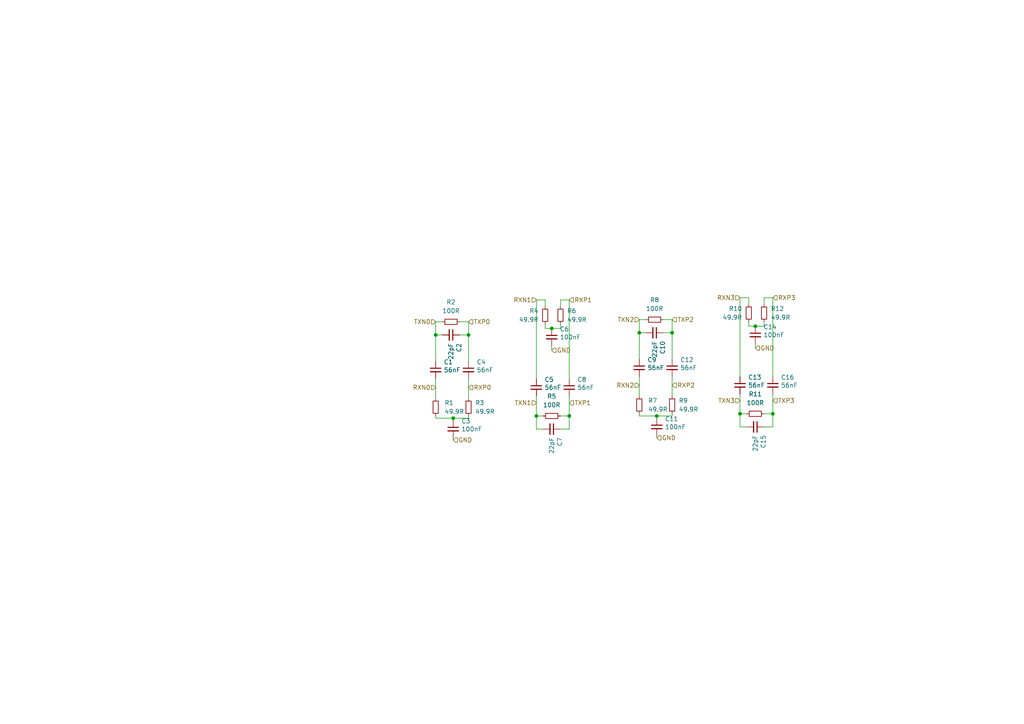
<source format=kicad_sch>
(kicad_sch (version 20211123) (generator eeschema)

  (uuid 1895faed-13c7-4877-930c-ef39a1d7419c)

  (paper "A4")

  (lib_symbols
    (symbol "Device:C_Small" (pin_numbers hide) (pin_names (offset 0.254) hide) (in_bom yes) (on_board yes)
      (property "Reference" "C" (id 0) (at 0.254 1.778 0)
        (effects (font (size 1.27 1.27)) (justify left))
      )
      (property "Value" "C_Small" (id 1) (at 0.254 -2.032 0)
        (effects (font (size 1.27 1.27)) (justify left))
      )
      (property "Footprint" "" (id 2) (at 0 0 0)
        (effects (font (size 1.27 1.27)) hide)
      )
      (property "Datasheet" "~" (id 3) (at 0 0 0)
        (effects (font (size 1.27 1.27)) hide)
      )
      (property "ki_keywords" "capacitor cap" (id 4) (at 0 0 0)
        (effects (font (size 1.27 1.27)) hide)
      )
      (property "ki_description" "Unpolarized capacitor, small symbol" (id 5) (at 0 0 0)
        (effects (font (size 1.27 1.27)) hide)
      )
      (property "ki_fp_filters" "C_*" (id 6) (at 0 0 0)
        (effects (font (size 1.27 1.27)) hide)
      )
      (symbol "C_Small_0_1"
        (polyline
          (pts
            (xy -1.524 -0.508)
            (xy 1.524 -0.508)
          )
          (stroke (width 0.3302) (type default) (color 0 0 0 0))
          (fill (type none))
        )
        (polyline
          (pts
            (xy -1.524 0.508)
            (xy 1.524 0.508)
          )
          (stroke (width 0.3048) (type default) (color 0 0 0 0))
          (fill (type none))
        )
      )
      (symbol "C_Small_1_1"
        (pin passive line (at 0 2.54 270) (length 2.032)
          (name "~" (effects (font (size 1.27 1.27))))
          (number "1" (effects (font (size 1.27 1.27))))
        )
        (pin passive line (at 0 -2.54 90) (length 2.032)
          (name "~" (effects (font (size 1.27 1.27))))
          (number "2" (effects (font (size 1.27 1.27))))
        )
      )
    )
    (symbol "Device:R_Small" (pin_numbers hide) (pin_names (offset 0.254) hide) (in_bom yes) (on_board yes)
      (property "Reference" "R" (id 0) (at 0.762 0.508 0)
        (effects (font (size 1.27 1.27)) (justify left))
      )
      (property "Value" "R_Small" (id 1) (at 0.762 -1.016 0)
        (effects (font (size 1.27 1.27)) (justify left))
      )
      (property "Footprint" "" (id 2) (at 0 0 0)
        (effects (font (size 1.27 1.27)) hide)
      )
      (property "Datasheet" "~" (id 3) (at 0 0 0)
        (effects (font (size 1.27 1.27)) hide)
      )
      (property "ki_keywords" "R resistor" (id 4) (at 0 0 0)
        (effects (font (size 1.27 1.27)) hide)
      )
      (property "ki_description" "Resistor, small symbol" (id 5) (at 0 0 0)
        (effects (font (size 1.27 1.27)) hide)
      )
      (property "ki_fp_filters" "R_*" (id 6) (at 0 0 0)
        (effects (font (size 1.27 1.27)) hide)
      )
      (symbol "R_Small_0_1"
        (rectangle (start -0.762 1.778) (end 0.762 -1.778)
          (stroke (width 0.2032) (type default) (color 0 0 0 0))
          (fill (type none))
        )
      )
      (symbol "R_Small_1_1"
        (pin passive line (at 0 2.54 270) (length 0.762)
          (name "~" (effects (font (size 1.27 1.27))))
          (number "1" (effects (font (size 1.27 1.27))))
        )
        (pin passive line (at 0 -2.54 90) (length 0.762)
          (name "~" (effects (font (size 1.27 1.27))))
          (number "2" (effects (font (size 1.27 1.27))))
        )
      )
    )
  )

  (junction (at 190.5 120.65) (diameter 0) (color 0 0 0 0)
    (uuid 00f2c428-290d-46f7-82c7-d5159590c81a)
  )
  (junction (at 160.02 95.25) (diameter 0) (color 0 0 0 0)
    (uuid 24ee3d3d-2c31-4faf-ae22-75c88093cfad)
  )
  (junction (at 126.365 97.155) (diameter 0) (color 0 0 0 0)
    (uuid 3564bbbc-a535-4876-99a7-a37ca21a7c04)
  )
  (junction (at 135.89 97.155) (diameter 0) (color 0 0 0 0)
    (uuid 7c27a696-fb93-409c-81dc-da7f476cf5a1)
  )
  (junction (at 214.63 120.015) (diameter 0) (color 0 0 0 0)
    (uuid 8dd030a6-bb1a-4078-9407-7366afdc01f2)
  )
  (junction (at 165.1 120.65) (diameter 0) (color 0 0 0 0)
    (uuid a1a4bd30-8167-4d15-9ce6-cedca14903d9)
  )
  (junction (at 155.575 120.65) (diameter 0) (color 0 0 0 0)
    (uuid b26b8889-a5d7-401b-a748-4d3af22231de)
  )
  (junction (at 185.42 96.52) (diameter 0) (color 0 0 0 0)
    (uuid c62f761f-1f86-4918-b631-3e15eb19ed4a)
  )
  (junction (at 194.945 96.52) (diameter 0) (color 0 0 0 0)
    (uuid c892e543-ba50-48d3-8951-c8644e8c0570)
  )
  (junction (at 219.075 94.615) (diameter 0) (color 0 0 0 0)
    (uuid d8e74d80-a0ca-463b-8533-1434077b8924)
  )
  (junction (at 131.445 121.285) (diameter 0) (color 0 0 0 0)
    (uuid ea489937-f3bd-46b2-b7d4-3aac29945076)
  )
  (junction (at 224.155 120.015) (diameter 0) (color 0 0 0 0)
    (uuid ef792f2b-769c-4413-868e-787a81c244d0)
  )

  (wire (pts (xy 219.075 94.615) (xy 221.615 94.615))
    (stroke (width 0) (type default) (color 0 0 0 0))
    (uuid 02f35935-8ed8-4e39-911a-129c9e519f4b)
  )
  (wire (pts (xy 162.56 86.995) (xy 165.1 86.995))
    (stroke (width 0) (type default) (color 0 0 0 0))
    (uuid 035a1393-4e2a-4384-8d6c-43d1f926430d)
  )
  (wire (pts (xy 221.615 120.015) (xy 224.155 120.015))
    (stroke (width 0) (type default) (color 0 0 0 0))
    (uuid 03fd2e03-47a7-406b-9e7d-ddaeab7a3491)
  )
  (wire (pts (xy 135.89 109.855) (xy 135.89 115.57))
    (stroke (width 0) (type default) (color 0 0 0 0))
    (uuid 05f30d2d-2ed6-49ce-bd09-a343f5c50625)
  )
  (wire (pts (xy 160.02 100.33) (xy 160.02 101.6))
    (stroke (width 0) (type default) (color 0 0 0 0))
    (uuid 06a5daff-c52a-45c3-8a05-1b94c744c727)
  )
  (wire (pts (xy 160.02 95.25) (xy 158.115 95.25))
    (stroke (width 0) (type default) (color 0 0 0 0))
    (uuid 0758d8d8-c63b-42f5-b267-bfeba86cb2b4)
  )
  (wire (pts (xy 214.63 109.22) (xy 214.63 86.36))
    (stroke (width 0) (type default) (color 0 0 0 0))
    (uuid 18fe3ca2-97fb-4556-8630-6e9f6f19beef)
  )
  (wire (pts (xy 194.945 96.52) (xy 194.945 92.71))
    (stroke (width 0) (type default) (color 0 0 0 0))
    (uuid 1a44566a-2200-45c1-8b1e-666301652043)
  )
  (wire (pts (xy 224.155 86.36) (xy 224.155 109.22))
    (stroke (width 0) (type default) (color 0 0 0 0))
    (uuid 248524bf-3e3c-491e-b095-8d90c818288c)
  )
  (wire (pts (xy 155.575 120.65) (xy 155.575 114.935))
    (stroke (width 0) (type default) (color 0 0 0 0))
    (uuid 270d9d23-6540-4bc5-b074-34ab94514dfd)
  )
  (wire (pts (xy 185.42 92.71) (xy 185.42 96.52))
    (stroke (width 0) (type default) (color 0 0 0 0))
    (uuid 2c2a3ba2-fc92-44ef-96cd-fc1548fe3b4e)
  )
  (wire (pts (xy 162.56 95.25) (xy 162.56 93.98))
    (stroke (width 0) (type default) (color 0 0 0 0))
    (uuid 2e982056-0fc9-412b-9750-967986d5f4c2)
  )
  (wire (pts (xy 224.155 120.015) (xy 224.155 114.3))
    (stroke (width 0) (type default) (color 0 0 0 0))
    (uuid 34092214-2600-45d7-a0bc-8f3c618c8d90)
  )
  (wire (pts (xy 221.615 86.36) (xy 224.155 86.36))
    (stroke (width 0) (type default) (color 0 0 0 0))
    (uuid 3ba540a5-47d3-4c05-a444-14ab0b165627)
  )
  (wire (pts (xy 185.42 92.71) (xy 187.325 92.71))
    (stroke (width 0) (type default) (color 0 0 0 0))
    (uuid 3f19790f-e24d-491b-a6fb-2f209c618917)
  )
  (wire (pts (xy 165.1 86.995) (xy 165.1 109.855))
    (stroke (width 0) (type default) (color 0 0 0 0))
    (uuid 4089cc3b-9f15-4216-8fa6-f167b832561f)
  )
  (wire (pts (xy 190.5 120.65) (xy 194.945 120.65))
    (stroke (width 0) (type default) (color 0 0 0 0))
    (uuid 44d630b4-c125-4941-a95a-91940e77c1a8)
  )
  (wire (pts (xy 160.02 95.25) (xy 162.56 95.25))
    (stroke (width 0) (type default) (color 0 0 0 0))
    (uuid 4c148ea0-3bfd-4c64-a106-148774d7c986)
  )
  (wire (pts (xy 126.365 109.855) (xy 126.365 115.57))
    (stroke (width 0) (type default) (color 0 0 0 0))
    (uuid 50cde267-07ae-4a58-ae9c-71a3576cece8)
  )
  (wire (pts (xy 217.17 94.615) (xy 217.17 93.345))
    (stroke (width 0) (type default) (color 0 0 0 0))
    (uuid 56b360a9-80e2-428b-9a0d-8ddaa00d1b84)
  )
  (wire (pts (xy 155.575 124.46) (xy 155.575 120.65))
    (stroke (width 0) (type default) (color 0 0 0 0))
    (uuid 5783a314-51d7-499c-bc06-33da22f4620c)
  )
  (wire (pts (xy 217.17 88.265) (xy 217.17 86.36))
    (stroke (width 0) (type default) (color 0 0 0 0))
    (uuid 5a47757d-f66c-4dd9-b78b-5bba8900e978)
  )
  (wire (pts (xy 194.945 104.14) (xy 194.945 96.52))
    (stroke (width 0) (type default) (color 0 0 0 0))
    (uuid 6179959f-1339-49e4-b424-5b70ab85cd2b)
  )
  (wire (pts (xy 217.17 86.36) (xy 214.63 86.36))
    (stroke (width 0) (type default) (color 0 0 0 0))
    (uuid 61bcc444-6c61-4768-b992-0dea5fd64e1e)
  )
  (wire (pts (xy 162.56 124.46) (xy 165.1 124.46))
    (stroke (width 0) (type default) (color 0 0 0 0))
    (uuid 6234e95b-d54f-45b4-a4d3-c3c018d85fe7)
  )
  (wire (pts (xy 126.365 121.285) (xy 126.365 120.65))
    (stroke (width 0) (type default) (color 0 0 0 0))
    (uuid 6371bd2d-0dd4-417d-bdfe-8b4c6b21c5a2)
  )
  (wire (pts (xy 194.945 109.22) (xy 194.945 114.935))
    (stroke (width 0) (type default) (color 0 0 0 0))
    (uuid 65773611-d80e-4d26-b803-c611122f91c9)
  )
  (wire (pts (xy 131.445 121.285) (xy 131.445 121.92))
    (stroke (width 0) (type default) (color 0 0 0 0))
    (uuid 69aa9d26-e319-4856-a7c2-734c99c1719f)
  )
  (wire (pts (xy 133.35 97.155) (xy 135.89 97.155))
    (stroke (width 0) (type default) (color 0 0 0 0))
    (uuid 7432b8f9-fa9b-4443-beed-ba08f6235cd0)
  )
  (wire (pts (xy 190.5 120.65) (xy 190.5 121.285))
    (stroke (width 0) (type default) (color 0 0 0 0))
    (uuid 76061375-55e3-4134-b6fb-92da6d060127)
  )
  (wire (pts (xy 126.365 97.155) (xy 126.365 104.775))
    (stroke (width 0) (type default) (color 0 0 0 0))
    (uuid 77a0bee0-f577-4a9c-b0b0-08fea0724f85)
  )
  (wire (pts (xy 131.445 121.285) (xy 135.89 121.285))
    (stroke (width 0) (type default) (color 0 0 0 0))
    (uuid 7e19730c-5537-4fe7-bed9-82342ca7652d)
  )
  (wire (pts (xy 185.42 120.65) (xy 185.42 120.015))
    (stroke (width 0) (type default) (color 0 0 0 0))
    (uuid 807aface-f11c-43b9-ab65-730fae92128c)
  )
  (wire (pts (xy 221.615 123.825) (xy 224.155 123.825))
    (stroke (width 0) (type default) (color 0 0 0 0))
    (uuid 807ffed5-7471-439f-925c-1e7c2fbd7602)
  )
  (wire (pts (xy 221.615 88.265) (xy 221.615 86.36))
    (stroke (width 0) (type default) (color 0 0 0 0))
    (uuid 80bdd649-cca2-4a70-bc06-7b620b8cd1f6)
  )
  (wire (pts (xy 192.405 96.52) (xy 194.945 96.52))
    (stroke (width 0) (type default) (color 0 0 0 0))
    (uuid 82ccb550-f65b-453e-af68-caec0b30d436)
  )
  (wire (pts (xy 219.075 99.695) (xy 219.075 100.965))
    (stroke (width 0) (type default) (color 0 0 0 0))
    (uuid 8697420a-5ef7-41eb-8bf8-be8f8e8d4878)
  )
  (wire (pts (xy 221.615 94.615) (xy 221.615 93.345))
    (stroke (width 0) (type default) (color 0 0 0 0))
    (uuid 89270398-4a2f-434e-88f1-129222e381cd)
  )
  (wire (pts (xy 190.5 126.365) (xy 190.5 127))
    (stroke (width 0) (type default) (color 0 0 0 0))
    (uuid 8cd3d2b7-897b-4ab0-9f7c-16bcf4478588)
  )
  (wire (pts (xy 135.89 97.155) (xy 135.89 93.345))
    (stroke (width 0) (type default) (color 0 0 0 0))
    (uuid 8e71b6fb-319d-432a-a44d-a54422e0d0fe)
  )
  (wire (pts (xy 192.405 92.71) (xy 194.945 92.71))
    (stroke (width 0) (type default) (color 0 0 0 0))
    (uuid 9204255c-7e3e-4e1c-ad48-5f8e4cce8ba3)
  )
  (wire (pts (xy 214.63 123.825) (xy 214.63 120.015))
    (stroke (width 0) (type default) (color 0 0 0 0))
    (uuid 9333cb64-cb58-46c9-b783-5f646de5fff6)
  )
  (wire (pts (xy 126.365 97.155) (xy 128.27 97.155))
    (stroke (width 0) (type default) (color 0 0 0 0))
    (uuid 93661dc5-5240-4010-9404-8ff872214201)
  )
  (wire (pts (xy 219.075 94.615) (xy 217.17 94.615))
    (stroke (width 0) (type default) (color 0 0 0 0))
    (uuid 97a0777f-2755-4172-9a17-8928ede24dd9)
  )
  (wire (pts (xy 224.155 123.825) (xy 224.155 120.015))
    (stroke (width 0) (type default) (color 0 0 0 0))
    (uuid 98a61850-965a-431c-9f95-cf98621fedab)
  )
  (wire (pts (xy 126.365 93.345) (xy 126.365 97.155))
    (stroke (width 0) (type default) (color 0 0 0 0))
    (uuid 9dbf0b50-a047-43ca-9abb-44b4930905b1)
  )
  (wire (pts (xy 165.1 124.46) (xy 165.1 120.65))
    (stroke (width 0) (type default) (color 0 0 0 0))
    (uuid a2385d0f-bd19-4e8e-bd4a-ae31f6e4c235)
  )
  (wire (pts (xy 126.365 93.345) (xy 128.27 93.345))
    (stroke (width 0) (type default) (color 0 0 0 0))
    (uuid a8825356-530b-4988-b4a4-dcceb7f43c3e)
  )
  (wire (pts (xy 135.89 120.65) (xy 135.89 121.285))
    (stroke (width 0) (type default) (color 0 0 0 0))
    (uuid aba54970-dd38-4377-b426-ed640a2df86d)
  )
  (wire (pts (xy 135.89 104.775) (xy 135.89 97.155))
    (stroke (width 0) (type default) (color 0 0 0 0))
    (uuid ad209437-62bf-4659-aeca-de87222d3d62)
  )
  (wire (pts (xy 185.42 96.52) (xy 187.325 96.52))
    (stroke (width 0) (type default) (color 0 0 0 0))
    (uuid ae393a4b-f2a7-4f5c-8d6f-ee9d7089d1f8)
  )
  (wire (pts (xy 133.35 93.345) (xy 135.89 93.345))
    (stroke (width 0) (type default) (color 0 0 0 0))
    (uuid b4571e49-de15-44c2-bf76-1b9731a30853)
  )
  (wire (pts (xy 194.945 120.015) (xy 194.945 120.65))
    (stroke (width 0) (type default) (color 0 0 0 0))
    (uuid b5bb429c-873f-4e79-a79e-b0e6c7220ed4)
  )
  (wire (pts (xy 155.575 120.65) (xy 157.48 120.65))
    (stroke (width 0) (type default) (color 0 0 0 0))
    (uuid ba7ddedd-a91a-4b11-bd16-9e1e77c22dae)
  )
  (wire (pts (xy 155.575 124.46) (xy 157.48 124.46))
    (stroke (width 0) (type default) (color 0 0 0 0))
    (uuid baf8a079-8f01-4d94-9954-8f46fbcddc83)
  )
  (wire (pts (xy 214.63 120.015) (xy 214.63 114.3))
    (stroke (width 0) (type default) (color 0 0 0 0))
    (uuid c6465c35-2563-44de-9d5f-6f1fc5f886dd)
  )
  (wire (pts (xy 155.575 109.855) (xy 155.575 86.995))
    (stroke (width 0) (type default) (color 0 0 0 0))
    (uuid c964231a-1f9b-4e40-b858-8fe7f49db5a4)
  )
  (wire (pts (xy 131.445 121.285) (xy 126.365 121.285))
    (stroke (width 0) (type default) (color 0 0 0 0))
    (uuid ca360841-2642-4cf8-af13-f082fb2e1038)
  )
  (wire (pts (xy 214.63 120.015) (xy 216.535 120.015))
    (stroke (width 0) (type default) (color 0 0 0 0))
    (uuid d39e26bb-55ae-400f-a314-fa73b9237c5d)
  )
  (wire (pts (xy 162.56 88.9) (xy 162.56 86.995))
    (stroke (width 0) (type default) (color 0 0 0 0))
    (uuid d7c44860-2fdb-4361-9d6c-15a1806259f8)
  )
  (wire (pts (xy 158.115 95.25) (xy 158.115 93.98))
    (stroke (width 0) (type default) (color 0 0 0 0))
    (uuid db2f5b76-c289-4f51-a3f8-687ff7cdc2c9)
  )
  (wire (pts (xy 214.63 123.825) (xy 216.535 123.825))
    (stroke (width 0) (type default) (color 0 0 0 0))
    (uuid e7338947-8bf0-4a27-9992-612c476391df)
  )
  (wire (pts (xy 131.445 127) (xy 131.445 127.635))
    (stroke (width 0) (type default) (color 0 0 0 0))
    (uuid eb8aa778-89cf-4530-8b6a-05b3e92ba574)
  )
  (wire (pts (xy 190.5 120.65) (xy 185.42 120.65))
    (stroke (width 0) (type default) (color 0 0 0 0))
    (uuid ecd42d29-49ff-4897-a01d-442b96c3a928)
  )
  (wire (pts (xy 165.1 120.65) (xy 165.1 114.935))
    (stroke (width 0) (type default) (color 0 0 0 0))
    (uuid ede151a5-c3a6-4f47-a9cd-e5a66f12432b)
  )
  (wire (pts (xy 158.115 86.995) (xy 155.575 86.995))
    (stroke (width 0) (type default) (color 0 0 0 0))
    (uuid f2ca339f-fae5-4c42-a6fc-b7a6ab83c608)
  )
  (wire (pts (xy 185.42 109.22) (xy 185.42 114.935))
    (stroke (width 0) (type default) (color 0 0 0 0))
    (uuid f34d6e1a-82e0-4cce-a174-21f351998d9d)
  )
  (wire (pts (xy 158.115 88.9) (xy 158.115 86.995))
    (stroke (width 0) (type default) (color 0 0 0 0))
    (uuid fba55746-17cc-4a6a-93f8-f8bd6c2e7918)
  )
  (wire (pts (xy 185.42 96.52) (xy 185.42 104.14))
    (stroke (width 0) (type default) (color 0 0 0 0))
    (uuid fc3884e4-f447-4a27-ad26-d4f3d355d50f)
  )
  (wire (pts (xy 162.56 120.65) (xy 165.1 120.65))
    (stroke (width 0) (type default) (color 0 0 0 0))
    (uuid fe9df0c6-5261-473d-8fc8-7a6a892a87d4)
  )

  (hierarchical_label "TXP2" (shape input) (at 194.945 92.71 0)
    (effects (font (size 1.27 1.27)) (justify left))
    (uuid 12cf9269-df73-44f8-bce9-2759fdcbf047)
  )
  (hierarchical_label "RXN1" (shape input) (at 155.575 86.995 180)
    (effects (font (size 1.27 1.27)) (justify right))
    (uuid 17378239-ea2b-4118-8b92-f6ab20e4e767)
  )
  (hierarchical_label "RXP2" (shape input) (at 194.945 111.76 0)
    (effects (font (size 1.27 1.27)) (justify left))
    (uuid 40e360b1-6742-479c-80dc-ee64aac6bbd1)
  )
  (hierarchical_label "RXN2" (shape input) (at 185.42 111.76 180)
    (effects (font (size 1.27 1.27)) (justify right))
    (uuid 425f40ae-6fea-46ae-b337-ebc9d3a4f97c)
  )
  (hierarchical_label "RXP3" (shape input) (at 224.155 86.36 0)
    (effects (font (size 1.27 1.27)) (justify left))
    (uuid 484221b3-ef89-455c-98b0-0fb6d350cd7b)
  )
  (hierarchical_label "GND" (shape input) (at 160.02 101.6 0)
    (effects (font (size 1.27 1.27)) (justify left))
    (uuid 54629cf5-96c7-49e6-bd14-53abd76f2dd8)
  )
  (hierarchical_label "TXP0" (shape input) (at 135.89 93.345 0)
    (effects (font (size 1.27 1.27)) (justify left))
    (uuid 68382a27-b6d6-49bb-9b21-29ec21a3aa3a)
  )
  (hierarchical_label "GND" (shape input) (at 131.445 127.635 0)
    (effects (font (size 1.27 1.27)) (justify left))
    (uuid 7e9c9899-5979-4c8b-9700-a9c852eb52a7)
  )
  (hierarchical_label "TXN1" (shape input) (at 155.575 116.84 180)
    (effects (font (size 1.27 1.27)) (justify right))
    (uuid 834f65dd-241a-4709-8f68-65dc11fa3883)
  )
  (hierarchical_label "GND" (shape input) (at 219.075 100.965 0)
    (effects (font (size 1.27 1.27)) (justify left))
    (uuid 84a50766-810c-42b3-80f4-4fae28f821ae)
  )
  (hierarchical_label "TXP1" (shape input) (at 165.1 116.84 0)
    (effects (font (size 1.27 1.27)) (justify left))
    (uuid 8af4c224-f05e-46a9-8f72-af8a0261b20a)
  )
  (hierarchical_label "TXP3" (shape input) (at 224.155 116.205 0)
    (effects (font (size 1.27 1.27)) (justify left))
    (uuid 8ed976ce-095a-44af-b4ee-1085976d60b7)
  )
  (hierarchical_label "TXN3" (shape input) (at 214.63 116.205 180)
    (effects (font (size 1.27 1.27)) (justify right))
    (uuid 919da468-1567-4c38-be7c-d4e0e6a7df30)
  )
  (hierarchical_label "RXP0" (shape input) (at 135.89 112.395 0)
    (effects (font (size 1.27 1.27)) (justify left))
    (uuid a4cd376b-d46d-45d8-a6c1-0476d317ab1f)
  )
  (hierarchical_label "RXN3" (shape input) (at 214.63 86.36 180)
    (effects (font (size 1.27 1.27)) (justify right))
    (uuid d12ed44a-34e9-49b3-94ba-207f805ac8eb)
  )
  (hierarchical_label "TXN0" (shape input) (at 126.365 93.345 180)
    (effects (font (size 1.27 1.27)) (justify right))
    (uuid ddde3ad6-6977-49fa-9bb3-a48ee57e1159)
  )
  (hierarchical_label "TXN2" (shape input) (at 185.42 92.71 180)
    (effects (font (size 1.27 1.27)) (justify right))
    (uuid de97eb84-0244-476a-b4ae-5e37c955dd0b)
  )
  (hierarchical_label "RXP1" (shape input) (at 165.1 86.995 0)
    (effects (font (size 1.27 1.27)) (justify left))
    (uuid e46c820e-380e-4c03-af8a-b1aff90fc973)
  )
  (hierarchical_label "GND" (shape input) (at 190.5 127 0)
    (effects (font (size 1.27 1.27)) (justify left))
    (uuid e62698e7-5093-4e21-afd0-f996ecf6e390)
  )
  (hierarchical_label "RXN0" (shape input) (at 126.365 112.395 180)
    (effects (font (size 1.27 1.27)) (justify right))
    (uuid e93779d7-d538-4cd4-8a57-5c292602e301)
  )

  (symbol (lib_id "Device:C_Small") (at 185.42 106.68 0) (unit 1)
    (in_bom yes) (on_board yes)
    (uuid 00736f1f-02c6-4622-a3c4-3c670bb0686b)
    (property "Reference" "C9" (id 0) (at 187.7568 104.3686 0)
      (effects (font (size 1.27 1.27)) (justify left))
    )
    (property "Value" "56nF" (id 1) (at 187.7568 106.68 0)
      (effects (font (size 1.27 1.27)) (justify left))
    )
    (property "Footprint" "Capacitor_SMD:C_0402_1005Metric" (id 2) (at 185.42 106.68 0)
      (effects (font (size 1.27 1.27)) hide)
    )
    (property "Datasheet" "~" (id 3) (at 185.42 106.68 0)
      (effects (font (size 1.27 1.27)) hide)
    )
    (pin "1" (uuid bfdba10f-d6e7-400d-a309-d2df185bb005))
    (pin "2" (uuid bff3c0e8-3d24-4c6f-8b96-d4d3bd4ada38))
  )

  (symbol (lib_id "Device:R_Small") (at 158.115 91.44 0) (mirror x) (unit 1)
    (in_bom yes) (on_board yes) (fields_autoplaced)
    (uuid 0408e134-db8b-4d36-b557-be4360233ec2)
    (property "Reference" "R4" (id 0) (at 156.21 90.1699 0)
      (effects (font (size 1.27 1.27)) (justify right))
    )
    (property "Value" "49.9R" (id 1) (at 156.21 92.7099 0)
      (effects (font (size 1.27 1.27)) (justify right))
    )
    (property "Footprint" "Resistor_SMD:R_0402_1005Metric" (id 2) (at 158.115 91.44 0)
      (effects (font (size 1.27 1.27)) hide)
    )
    (property "Datasheet" "~" (id 3) (at 158.115 91.44 0)
      (effects (font (size 1.27 1.27)) hide)
    )
    (pin "1" (uuid 220d4930-cbdf-4bfa-80e9-b0a8296016f1))
    (pin "2" (uuid e1a047b5-d158-4597-ab89-1c3339c0f96f))
  )

  (symbol (lib_id "Device:C_Small") (at 131.445 124.46 0) (unit 1)
    (in_bom yes) (on_board yes)
    (uuid 04aab536-cb2c-4173-be4a-5106a879b6c8)
    (property "Reference" "C3" (id 0) (at 133.7818 122.1486 0)
      (effects (font (size 1.27 1.27)) (justify left))
    )
    (property "Value" "100nF" (id 1) (at 133.7818 124.46 0)
      (effects (font (size 1.27 1.27)) (justify left))
    )
    (property "Footprint" "Capacitor_SMD:C_0603_1608Metric" (id 2) (at 131.445 124.46 0)
      (effects (font (size 1.27 1.27)) hide)
    )
    (property "Datasheet" "~" (id 3) (at 131.445 124.46 0)
      (effects (font (size 1.27 1.27)) hide)
    )
    (pin "1" (uuid 21dbe327-d15b-4731-a01d-52b05e36ddb2))
    (pin "2" (uuid 205883c6-6b3f-47e1-81f0-14b30a5e8696))
  )

  (symbol (lib_id "Device:C_Small") (at 126.365 107.315 0) (unit 1)
    (in_bom yes) (on_board yes)
    (uuid 0768ff9b-bfec-4d10-8d35-adc6f13cd19a)
    (property "Reference" "C1" (id 0) (at 128.7018 105.0036 0)
      (effects (font (size 1.27 1.27)) (justify left))
    )
    (property "Value" "56nF" (id 1) (at 128.7018 107.315 0)
      (effects (font (size 1.27 1.27)) (justify left))
    )
    (property "Footprint" "Capacitor_SMD:C_0402_1005Metric" (id 2) (at 126.365 107.315 0)
      (effects (font (size 1.27 1.27)) hide)
    )
    (property "Datasheet" "~" (id 3) (at 126.365 107.315 0)
      (effects (font (size 1.27 1.27)) hide)
    )
    (pin "1" (uuid acd000cc-b972-40b1-9ffa-ebc62e538199))
    (pin "2" (uuid 4dcb9a33-9889-4df6-b475-313729999d5d))
  )

  (symbol (lib_id "Device:C_Small") (at 189.865 96.52 270) (unit 1)
    (in_bom yes) (on_board yes)
    (uuid 0af9f52a-6b41-4d5d-aee9-5d7ec9a997da)
    (property "Reference" "C10" (id 0) (at 192.1764 98.8568 0)
      (effects (font (size 1.27 1.27)) (justify left))
    )
    (property "Value" "22pF" (id 1) (at 189.865 98.8568 0)
      (effects (font (size 1.27 1.27)) (justify left))
    )
    (property "Footprint" "Capacitor_SMD:C_0402_1005Metric" (id 2) (at 189.865 96.52 0)
      (effects (font (size 1.27 1.27)) hide)
    )
    (property "Datasheet" "~" (id 3) (at 189.865 96.52 0)
      (effects (font (size 1.27 1.27)) hide)
    )
    (pin "1" (uuid 6ed6abad-b52c-4f52-81d9-4d35ef5868c6))
    (pin "2" (uuid df243c58-8822-41db-84c0-58d7a9380fc0))
  )

  (symbol (lib_id "Device:C_Small") (at 135.89 107.315 0) (unit 1)
    (in_bom yes) (on_board yes)
    (uuid 19c47a3e-2661-4056-899d-cbbf0db27948)
    (property "Reference" "C4" (id 0) (at 138.2268 105.0036 0)
      (effects (font (size 1.27 1.27)) (justify left))
    )
    (property "Value" "56nF" (id 1) (at 138.2268 107.315 0)
      (effects (font (size 1.27 1.27)) (justify left))
    )
    (property "Footprint" "Capacitor_SMD:C_0402_1005Metric" (id 2) (at 135.89 107.315 0)
      (effects (font (size 1.27 1.27)) hide)
    )
    (property "Datasheet" "~" (id 3) (at 135.89 107.315 0)
      (effects (font (size 1.27 1.27)) hide)
    )
    (pin "1" (uuid b8a50965-b092-4e29-a215-4230e11126c3))
    (pin "2" (uuid cf11a56a-6b39-4f0d-97cc-25efb03202e8))
  )

  (symbol (lib_id "Device:R_Small") (at 126.365 118.11 0) (unit 1)
    (in_bom yes) (on_board yes) (fields_autoplaced)
    (uuid 20ae2601-84de-4d86-8caf-dcfb26f4ea95)
    (property "Reference" "R1" (id 0) (at 128.905 116.8399 0)
      (effects (font (size 1.27 1.27)) (justify left))
    )
    (property "Value" "49.9R" (id 1) (at 128.905 119.3799 0)
      (effects (font (size 1.27 1.27)) (justify left))
    )
    (property "Footprint" "Resistor_SMD:R_0402_1005Metric" (id 2) (at 126.365 118.11 0)
      (effects (font (size 1.27 1.27)) hide)
    )
    (property "Datasheet" "~" (id 3) (at 126.365 118.11 0)
      (effects (font (size 1.27 1.27)) hide)
    )
    (pin "1" (uuid b2eaa6c1-14b9-4ef5-8c81-40755d4f9a1f))
    (pin "2" (uuid d7c515e2-a36c-4a46-99d3-e3aa2e848784))
  )

  (symbol (lib_id "Device:R_Small") (at 135.89 118.11 0) (unit 1)
    (in_bom yes) (on_board yes) (fields_autoplaced)
    (uuid 2c946647-f087-4ae0-b8c1-cf57e4c4dcc3)
    (property "Reference" "R3" (id 0) (at 137.795 116.8399 0)
      (effects (font (size 1.27 1.27)) (justify left))
    )
    (property "Value" "49.9R" (id 1) (at 137.795 119.3799 0)
      (effects (font (size 1.27 1.27)) (justify left))
    )
    (property "Footprint" "Resistor_SMD:R_0402_1005Metric" (id 2) (at 135.89 118.11 0)
      (effects (font (size 1.27 1.27)) hide)
    )
    (property "Datasheet" "~" (id 3) (at 135.89 118.11 0)
      (effects (font (size 1.27 1.27)) hide)
    )
    (pin "1" (uuid c4fcd81c-3e7b-4cf1-802b-e882ebea70a5))
    (pin "2" (uuid 33763441-67f0-496f-9558-173362bd6743))
  )

  (symbol (lib_id "Device:C_Small") (at 160.02 97.79 0) (unit 1)
    (in_bom yes) (on_board yes)
    (uuid 31079fb1-b738-4882-886f-e42ecb89a779)
    (property "Reference" "C6" (id 0) (at 162.3568 95.4786 0)
      (effects (font (size 1.27 1.27)) (justify left))
    )
    (property "Value" "100nF" (id 1) (at 162.3568 97.79 0)
      (effects (font (size 1.27 1.27)) (justify left))
    )
    (property "Footprint" "Capacitor_SMD:C_0603_1608Metric" (id 2) (at 160.02 97.79 0)
      (effects (font (size 1.27 1.27)) hide)
    )
    (property "Datasheet" "~" (id 3) (at 160.02 97.79 0)
      (effects (font (size 1.27 1.27)) hide)
    )
    (pin "1" (uuid 52cb0359-530b-4620-b6c3-3233a9ae81c1))
    (pin "2" (uuid 739b6aa2-2407-4226-8f42-153e8cfd09f1))
  )

  (symbol (lib_id "Device:R_Small") (at 130.81 93.345 90) (unit 1)
    (in_bom yes) (on_board yes) (fields_autoplaced)
    (uuid 323d07a2-435e-458e-84aa-10c0fbe04e22)
    (property "Reference" "R2" (id 0) (at 130.81 87.63 90))
    (property "Value" "100R" (id 1) (at 130.81 90.17 90))
    (property "Footprint" "Resistor_SMD:R_0402_1005Metric" (id 2) (at 130.81 93.345 0)
      (effects (font (size 1.27 1.27)) hide)
    )
    (property "Datasheet" "~" (id 3) (at 130.81 93.345 0)
      (effects (font (size 1.27 1.27)) hide)
    )
    (pin "1" (uuid 3a8c11b0-617d-4474-abba-5936ddfc478b))
    (pin "2" (uuid 267bb47e-b586-46d2-8110-263e5928beb1))
  )

  (symbol (lib_id "Device:R_Small") (at 219.075 120.015 90) (unit 1)
    (in_bom yes) (on_board yes) (fields_autoplaced)
    (uuid 4063cd12-bd30-4ffe-a66f-22fb24e2ebab)
    (property "Reference" "R11" (id 0) (at 219.075 114.3 90))
    (property "Value" "100R" (id 1) (at 219.075 116.84 90))
    (property "Footprint" "Resistor_SMD:R_0402_1005Metric" (id 2) (at 219.075 120.015 0)
      (effects (font (size 1.27 1.27)) hide)
    )
    (property "Datasheet" "~" (id 3) (at 219.075 120.015 0)
      (effects (font (size 1.27 1.27)) hide)
    )
    (pin "1" (uuid efd92240-0bd6-40e6-825f-e02b3955633a))
    (pin "2" (uuid 30ec49dd-c911-448e-b3fa-d7ebb0cd5c43))
  )

  (symbol (lib_id "Device:C_Small") (at 155.575 112.395 0) (unit 1)
    (in_bom yes) (on_board yes)
    (uuid 43a72694-cd9b-4823-be1f-1e0fb4cbfb04)
    (property "Reference" "C5" (id 0) (at 157.9118 110.0836 0)
      (effects (font (size 1.27 1.27)) (justify left))
    )
    (property "Value" "56nF" (id 1) (at 157.9118 112.395 0)
      (effects (font (size 1.27 1.27)) (justify left))
    )
    (property "Footprint" "Capacitor_SMD:C_0402_1005Metric" (id 2) (at 155.575 112.395 0)
      (effects (font (size 1.27 1.27)) hide)
    )
    (property "Datasheet" "~" (id 3) (at 155.575 112.395 0)
      (effects (font (size 1.27 1.27)) hide)
    )
    (pin "1" (uuid 3aae6570-ae49-4982-a16a-20edd0e2d95d))
    (pin "2" (uuid 1a981983-3719-4fdc-be05-286c87ecdcdb))
  )

  (symbol (lib_id "Device:R_Small") (at 194.945 117.475 0) (unit 1)
    (in_bom yes) (on_board yes) (fields_autoplaced)
    (uuid 60abd0fc-52f8-4136-bee8-7bffe48b3a0a)
    (property "Reference" "R9" (id 0) (at 196.85 116.2049 0)
      (effects (font (size 1.27 1.27)) (justify left))
    )
    (property "Value" "49.9R" (id 1) (at 196.85 118.7449 0)
      (effects (font (size 1.27 1.27)) (justify left))
    )
    (property "Footprint" "Resistor_SMD:R_0402_1005Metric" (id 2) (at 194.945 117.475 0)
      (effects (font (size 1.27 1.27)) hide)
    )
    (property "Datasheet" "~" (id 3) (at 194.945 117.475 0)
      (effects (font (size 1.27 1.27)) hide)
    )
    (pin "1" (uuid 55bdc423-994f-4717-944e-2d66753fc0d2))
    (pin "2" (uuid 54c2515d-cc63-41c8-bf63-42f89a8333c9))
  )

  (symbol (lib_id "Device:C_Small") (at 214.63 111.76 0) (unit 1)
    (in_bom yes) (on_board yes)
    (uuid 86270ba5-ead5-4ee1-8e32-1c71c5cb652e)
    (property "Reference" "C13" (id 0) (at 216.9668 109.4486 0)
      (effects (font (size 1.27 1.27)) (justify left))
    )
    (property "Value" "56nF" (id 1) (at 216.9668 111.76 0)
      (effects (font (size 1.27 1.27)) (justify left))
    )
    (property "Footprint" "Capacitor_SMD:C_0402_1005Metric" (id 2) (at 214.63 111.76 0)
      (effects (font (size 1.27 1.27)) hide)
    )
    (property "Datasheet" "~" (id 3) (at 214.63 111.76 0)
      (effects (font (size 1.27 1.27)) hide)
    )
    (pin "1" (uuid 63e3d341-bc13-43d0-91de-7a15afbc4feb))
    (pin "2" (uuid 4465c652-e8dc-4a96-a314-07529142bac3))
  )

  (symbol (lib_id "Device:R_Small") (at 160.02 120.65 90) (unit 1)
    (in_bom yes) (on_board yes) (fields_autoplaced)
    (uuid 87589dff-5975-49b4-b917-e168f311660e)
    (property "Reference" "R5" (id 0) (at 160.02 114.935 90))
    (property "Value" "100R" (id 1) (at 160.02 117.475 90))
    (property "Footprint" "Resistor_SMD:R_0402_1005Metric" (id 2) (at 160.02 120.65 0)
      (effects (font (size 1.27 1.27)) hide)
    )
    (property "Datasheet" "~" (id 3) (at 160.02 120.65 0)
      (effects (font (size 1.27 1.27)) hide)
    )
    (pin "1" (uuid aba6a115-a163-47a2-b5c3-a8a8509d9d0f))
    (pin "2" (uuid 209e41c7-0369-424e-90b4-738277a8e329))
  )

  (symbol (lib_id "Device:C_Small") (at 224.155 111.76 0) (unit 1)
    (in_bom yes) (on_board yes)
    (uuid 9c10d44b-f1e6-41c2-92d4-101087965bea)
    (property "Reference" "C16" (id 0) (at 226.4918 109.4486 0)
      (effects (font (size 1.27 1.27)) (justify left))
    )
    (property "Value" "56nF" (id 1) (at 226.4918 111.76 0)
      (effects (font (size 1.27 1.27)) (justify left))
    )
    (property "Footprint" "Capacitor_SMD:C_0402_1005Metric" (id 2) (at 224.155 111.76 0)
      (effects (font (size 1.27 1.27)) hide)
    )
    (property "Datasheet" "~" (id 3) (at 224.155 111.76 0)
      (effects (font (size 1.27 1.27)) hide)
    )
    (pin "1" (uuid d6a38303-45de-4fb8-b9bd-ce61dfd4831f))
    (pin "2" (uuid ccab61ac-1d61-4f0c-9a3e-49231605d06a))
  )

  (symbol (lib_id "Device:C_Small") (at 165.1 112.395 0) (unit 1)
    (in_bom yes) (on_board yes)
    (uuid a18ff0e8-f854-4bc1-bf69-b074adb1a895)
    (property "Reference" "C8" (id 0) (at 167.4368 110.0836 0)
      (effects (font (size 1.27 1.27)) (justify left))
    )
    (property "Value" "56nF" (id 1) (at 167.4368 112.395 0)
      (effects (font (size 1.27 1.27)) (justify left))
    )
    (property "Footprint" "Capacitor_SMD:C_0402_1005Metric" (id 2) (at 165.1 112.395 0)
      (effects (font (size 1.27 1.27)) hide)
    )
    (property "Datasheet" "~" (id 3) (at 165.1 112.395 0)
      (effects (font (size 1.27 1.27)) hide)
    )
    (pin "1" (uuid 786b25bb-8d6b-4742-b484-858b862dd1af))
    (pin "2" (uuid 3056aca9-0ef1-40f4-a0b9-81397a8aa6e0))
  )

  (symbol (lib_id "Device:R_Small") (at 221.615 90.805 0) (unit 1)
    (in_bom yes) (on_board yes) (fields_autoplaced)
    (uuid ac680034-4a0d-4cda-bc24-86179d5c481d)
    (property "Reference" "R12" (id 0) (at 223.52 89.5349 0)
      (effects (font (size 1.27 1.27)) (justify left))
    )
    (property "Value" "49.9R" (id 1) (at 223.52 92.0749 0)
      (effects (font (size 1.27 1.27)) (justify left))
    )
    (property "Footprint" "Resistor_SMD:R_0402_1005Metric" (id 2) (at 221.615 90.805 0)
      (effects (font (size 1.27 1.27)) hide)
    )
    (property "Datasheet" "~" (id 3) (at 221.615 90.805 0)
      (effects (font (size 1.27 1.27)) hide)
    )
    (pin "1" (uuid df4c8132-7370-40e5-b678-ccddb9930c20))
    (pin "2" (uuid e9afd996-ad1d-4033-acd5-8130bf84c65a))
  )

  (symbol (lib_id "Device:R_Small") (at 189.865 92.71 90) (unit 1)
    (in_bom yes) (on_board yes) (fields_autoplaced)
    (uuid ba9af0b2-99b2-40cd-94a0-2579a7b0a8e4)
    (property "Reference" "R8" (id 0) (at 189.865 86.995 90))
    (property "Value" "100R" (id 1) (at 189.865 89.535 90))
    (property "Footprint" "Resistor_SMD:R_0402_1005Metric" (id 2) (at 189.865 92.71 0)
      (effects (font (size 1.27 1.27)) hide)
    )
    (property "Datasheet" "~" (id 3) (at 189.865 92.71 0)
      (effects (font (size 1.27 1.27)) hide)
    )
    (pin "1" (uuid 5b6d2626-4002-4e0f-be32-36387869ecfb))
    (pin "2" (uuid 6df35dca-75ad-4e3e-95ef-04622a202e30))
  )

  (symbol (lib_id "Device:C_Small") (at 130.81 97.155 270) (unit 1)
    (in_bom yes) (on_board yes)
    (uuid bfc0b4cd-781b-4fcd-8376-932b7918700e)
    (property "Reference" "C2" (id 0) (at 133.1214 99.4918 0)
      (effects (font (size 1.27 1.27)) (justify left))
    )
    (property "Value" "22pF" (id 1) (at 130.81 99.4918 0)
      (effects (font (size 1.27 1.27)) (justify left))
    )
    (property "Footprint" "Capacitor_SMD:C_0402_1005Metric" (id 2) (at 130.81 97.155 0)
      (effects (font (size 1.27 1.27)) hide)
    )
    (property "Datasheet" "~" (id 3) (at 130.81 97.155 0)
      (effects (font (size 1.27 1.27)) hide)
    )
    (pin "1" (uuid 970373a1-5331-4e78-9ded-c3943bf0d0c9))
    (pin "2" (uuid 4445859f-3205-4494-b44b-533492938df2))
  )

  (symbol (lib_id "Device:C_Small") (at 190.5 123.825 0) (unit 1)
    (in_bom yes) (on_board yes)
    (uuid d0a8d2a6-3c67-4403-b6c4-20a57af4cc3c)
    (property "Reference" "C11" (id 0) (at 192.8368 121.5136 0)
      (effects (font (size 1.27 1.27)) (justify left))
    )
    (property "Value" "100nF" (id 1) (at 192.8368 123.825 0)
      (effects (font (size 1.27 1.27)) (justify left))
    )
    (property "Footprint" "Capacitor_SMD:C_0603_1608Metric" (id 2) (at 190.5 123.825 0)
      (effects (font (size 1.27 1.27)) hide)
    )
    (property "Datasheet" "~" (id 3) (at 190.5 123.825 0)
      (effects (font (size 1.27 1.27)) hide)
    )
    (pin "1" (uuid be5ca29a-1d57-4b3c-9e82-14c89ff6f0db))
    (pin "2" (uuid b6250baf-af0f-480a-b416-cca4c603e79a))
  )

  (symbol (lib_id "Device:C_Small") (at 194.945 106.68 0) (unit 1)
    (in_bom yes) (on_board yes)
    (uuid d1f3f1d9-d23c-42cf-9222-fe43d56ff896)
    (property "Reference" "C12" (id 0) (at 197.2818 104.3686 0)
      (effects (font (size 1.27 1.27)) (justify left))
    )
    (property "Value" "56nF" (id 1) (at 197.2818 106.68 0)
      (effects (font (size 1.27 1.27)) (justify left))
    )
    (property "Footprint" "Capacitor_SMD:C_0402_1005Metric" (id 2) (at 194.945 106.68 0)
      (effects (font (size 1.27 1.27)) hide)
    )
    (property "Datasheet" "~" (id 3) (at 194.945 106.68 0)
      (effects (font (size 1.27 1.27)) hide)
    )
    (pin "1" (uuid 22105e01-48a6-4d32-8665-77dbfe6efb5a))
    (pin "2" (uuid 67b164aa-8cec-448b-8caa-e1a6bc52a9da))
  )

  (symbol (lib_id "Device:C_Small") (at 219.075 123.825 270) (unit 1)
    (in_bom yes) (on_board yes)
    (uuid d6474feb-8da5-4155-8aa4-b7d284628ef6)
    (property "Reference" "C15" (id 0) (at 221.3864 126.1618 0)
      (effects (font (size 1.27 1.27)) (justify left))
    )
    (property "Value" "22pF" (id 1) (at 219.075 126.1618 0)
      (effects (font (size 1.27 1.27)) (justify left))
    )
    (property "Footprint" "Capacitor_SMD:C_0402_1005Metric" (id 2) (at 219.075 123.825 0)
      (effects (font (size 1.27 1.27)) hide)
    )
    (property "Datasheet" "~" (id 3) (at 219.075 123.825 0)
      (effects (font (size 1.27 1.27)) hide)
    )
    (pin "1" (uuid ef13312b-471f-48f9-8e83-abc63f57a8a6))
    (pin "2" (uuid b1782d0a-0e75-45cb-9f0a-59d48fc6ba42))
  )

  (symbol (lib_id "Device:R_Small") (at 185.42 117.475 0) (unit 1)
    (in_bom yes) (on_board yes) (fields_autoplaced)
    (uuid e01a3b96-2c36-436e-ae5f-97d151a7d5ac)
    (property "Reference" "R7" (id 0) (at 187.96 116.2049 0)
      (effects (font (size 1.27 1.27)) (justify left))
    )
    (property "Value" "49.9R" (id 1) (at 187.96 118.7449 0)
      (effects (font (size 1.27 1.27)) (justify left))
    )
    (property "Footprint" "Resistor_SMD:R_0402_1005Metric" (id 2) (at 185.42 117.475 0)
      (effects (font (size 1.27 1.27)) hide)
    )
    (property "Datasheet" "~" (id 3) (at 185.42 117.475 0)
      (effects (font (size 1.27 1.27)) hide)
    )
    (pin "1" (uuid fff48ef9-955c-48e3-ab9f-940d7b1847c0))
    (pin "2" (uuid c70755b5-4fd9-4a70-9f98-b9a9604de529))
  )

  (symbol (lib_id "Device:C_Small") (at 219.075 97.155 0) (unit 1)
    (in_bom yes) (on_board yes)
    (uuid e172a42f-65bb-47f2-8572-b9786e762964)
    (property "Reference" "C14" (id 0) (at 221.4118 94.8436 0)
      (effects (font (size 1.27 1.27)) (justify left))
    )
    (property "Value" "100nF" (id 1) (at 221.4118 97.155 0)
      (effects (font (size 1.27 1.27)) (justify left))
    )
    (property "Footprint" "Capacitor_SMD:C_0603_1608Metric" (id 2) (at 219.075 97.155 0)
      (effects (font (size 1.27 1.27)) hide)
    )
    (property "Datasheet" "~" (id 3) (at 219.075 97.155 0)
      (effects (font (size 1.27 1.27)) hide)
    )
    (pin "1" (uuid ded122c7-ba49-4049-8a2a-dd8987f294e0))
    (pin "2" (uuid 676cd4c2-7ca2-47a6-8feb-7a1b00683d9f))
  )

  (symbol (lib_id "Device:R_Small") (at 217.17 90.805 0) (mirror x) (unit 1)
    (in_bom yes) (on_board yes) (fields_autoplaced)
    (uuid eec90e40-8a5c-433f-821c-eef8423e98b9)
    (property "Reference" "R10" (id 0) (at 215.265 89.5349 0)
      (effects (font (size 1.27 1.27)) (justify right))
    )
    (property "Value" "49.9R" (id 1) (at 215.265 92.0749 0)
      (effects (font (size 1.27 1.27)) (justify right))
    )
    (property "Footprint" "Resistor_SMD:R_0402_1005Metric" (id 2) (at 217.17 90.805 0)
      (effects (font (size 1.27 1.27)) hide)
    )
    (property "Datasheet" "~" (id 3) (at 217.17 90.805 0)
      (effects (font (size 1.27 1.27)) hide)
    )
    (pin "1" (uuid b7d53782-1840-4282-82f1-1ff9f6c7639c))
    (pin "2" (uuid 9e4ba376-f2f0-4853-ae4e-07cc6ad1f8f0))
  )

  (symbol (lib_id "Device:C_Small") (at 160.02 124.46 270) (unit 1)
    (in_bom yes) (on_board yes)
    (uuid f2e6f49d-3f65-4fb6-8ffa-e1101ed7d7a0)
    (property "Reference" "C7" (id 0) (at 162.3314 126.7968 0)
      (effects (font (size 1.27 1.27)) (justify left))
    )
    (property "Value" "22pF" (id 1) (at 160.02 126.7968 0)
      (effects (font (size 1.27 1.27)) (justify left))
    )
    (property "Footprint" "Capacitor_SMD:C_0402_1005Metric" (id 2) (at 160.02 124.46 0)
      (effects (font (size 1.27 1.27)) hide)
    )
    (property "Datasheet" "~" (id 3) (at 160.02 124.46 0)
      (effects (font (size 1.27 1.27)) hide)
    )
    (pin "1" (uuid 74d344e6-9578-44ea-bf15-97112f65cd27))
    (pin "2" (uuid 58a50df9-d942-4694-8b65-350984fa0999))
  )

  (symbol (lib_id "Device:R_Small") (at 162.56 91.44 0) (unit 1)
    (in_bom yes) (on_board yes) (fields_autoplaced)
    (uuid f5735beb-2623-4dac-b50c-d4d3bd845dce)
    (property "Reference" "R6" (id 0) (at 164.465 90.1699 0)
      (effects (font (size 1.27 1.27)) (justify left))
    )
    (property "Value" "49.9R" (id 1) (at 164.465 92.7099 0)
      (effects (font (size 1.27 1.27)) (justify left))
    )
    (property "Footprint" "Resistor_SMD:R_0402_1005Metric" (id 2) (at 162.56 91.44 0)
      (effects (font (size 1.27 1.27)) hide)
    )
    (property "Datasheet" "~" (id 3) (at 162.56 91.44 0)
      (effects (font (size 1.27 1.27)) hide)
    )
    (pin "1" (uuid cae630c7-c45e-44a6-a0a6-26641a1747df))
    (pin "2" (uuid f4e7fc30-ddf8-4ad7-aaa5-499338659553))
  )
)

</source>
